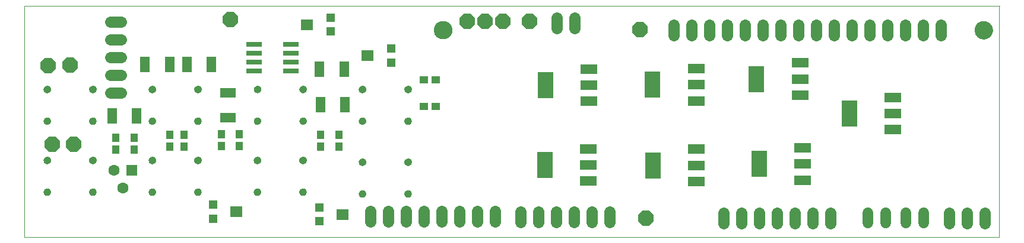
<source format=gbs>
G75*
%MOIN*%
%OFA0B0*%
%FSLAX25Y25*%
%IPPOS*%
%LPD*%
%AMOC8*
5,1,8,0,0,1.08239X$1,22.5*
%
%ADD10C,0.00039*%
%ADD11C,0.00000*%
%ADD12C,0.10250*%
%ADD13OC8,0.08900*%
%ADD14C,0.06400*%
%ADD15R,0.08510X0.05400*%
%ADD16R,0.05400X0.08510*%
%ADD17R,0.06300X0.06300*%
%ADD18C,0.06300*%
%ADD19R,0.04337X0.04731*%
%ADD20R,0.04731X0.04337*%
%ADD21C,0.00500*%
%ADD22R,0.05124X0.05124*%
%ADD23R,0.06699X0.06306*%
%ADD24R,0.09100X0.02800*%
%ADD25R,0.09200X0.05200*%
%ADD26R,0.09061X0.14573*%
%ADD27C,0.06000*%
D10*
X0001846Y0002245D02*
X0549091Y0002245D01*
X0549091Y0132742D01*
X0549591Y0132742D01*
X0549091Y0132742D02*
X0001846Y0132742D01*
X0001846Y0002245D01*
X0535509Y0119035D02*
X0535511Y0119175D01*
X0535517Y0119315D01*
X0535527Y0119454D01*
X0535541Y0119593D01*
X0535559Y0119732D01*
X0535580Y0119870D01*
X0535606Y0120008D01*
X0535636Y0120145D01*
X0535669Y0120280D01*
X0535707Y0120415D01*
X0535748Y0120549D01*
X0535793Y0120682D01*
X0535841Y0120813D01*
X0535894Y0120942D01*
X0535950Y0121071D01*
X0536009Y0121197D01*
X0536073Y0121322D01*
X0536139Y0121445D01*
X0536210Y0121566D01*
X0536283Y0121685D01*
X0536360Y0121802D01*
X0536441Y0121916D01*
X0536524Y0122028D01*
X0536611Y0122138D01*
X0536701Y0122246D01*
X0536793Y0122350D01*
X0536889Y0122452D01*
X0536988Y0122552D01*
X0537089Y0122648D01*
X0537193Y0122742D01*
X0537300Y0122832D01*
X0537409Y0122919D01*
X0537521Y0123004D01*
X0537635Y0123085D01*
X0537751Y0123163D01*
X0537869Y0123237D01*
X0537990Y0123308D01*
X0538112Y0123376D01*
X0538237Y0123440D01*
X0538363Y0123501D01*
X0538490Y0123558D01*
X0538620Y0123611D01*
X0538751Y0123661D01*
X0538883Y0123706D01*
X0539016Y0123749D01*
X0539151Y0123787D01*
X0539286Y0123821D01*
X0539423Y0123852D01*
X0539560Y0123879D01*
X0539698Y0123901D01*
X0539837Y0123920D01*
X0539976Y0123935D01*
X0540115Y0123946D01*
X0540255Y0123953D01*
X0540395Y0123956D01*
X0540535Y0123955D01*
X0540675Y0123950D01*
X0540814Y0123941D01*
X0540954Y0123928D01*
X0541093Y0123911D01*
X0541231Y0123890D01*
X0541369Y0123866D01*
X0541506Y0123837D01*
X0541642Y0123805D01*
X0541777Y0123768D01*
X0541911Y0123728D01*
X0542044Y0123684D01*
X0542175Y0123636D01*
X0542305Y0123585D01*
X0542434Y0123530D01*
X0542561Y0123471D01*
X0542686Y0123408D01*
X0542809Y0123343D01*
X0542931Y0123273D01*
X0543050Y0123200D01*
X0543168Y0123124D01*
X0543283Y0123045D01*
X0543396Y0122962D01*
X0543506Y0122876D01*
X0543614Y0122787D01*
X0543719Y0122695D01*
X0543822Y0122600D01*
X0543922Y0122502D01*
X0544019Y0122402D01*
X0544113Y0122298D01*
X0544205Y0122192D01*
X0544293Y0122084D01*
X0544378Y0121973D01*
X0544460Y0121859D01*
X0544539Y0121743D01*
X0544614Y0121626D01*
X0544686Y0121506D01*
X0544754Y0121384D01*
X0544819Y0121260D01*
X0544881Y0121134D01*
X0544939Y0121007D01*
X0544993Y0120878D01*
X0545044Y0120747D01*
X0545090Y0120615D01*
X0545133Y0120482D01*
X0545173Y0120348D01*
X0545208Y0120213D01*
X0545240Y0120076D01*
X0545267Y0119939D01*
X0545291Y0119801D01*
X0545311Y0119663D01*
X0545327Y0119524D01*
X0545339Y0119384D01*
X0545347Y0119245D01*
X0545351Y0119105D01*
X0545351Y0118965D01*
X0545347Y0118825D01*
X0545339Y0118686D01*
X0545327Y0118546D01*
X0545311Y0118407D01*
X0545291Y0118269D01*
X0545267Y0118131D01*
X0545240Y0117994D01*
X0545208Y0117857D01*
X0545173Y0117722D01*
X0545133Y0117588D01*
X0545090Y0117455D01*
X0545044Y0117323D01*
X0544993Y0117192D01*
X0544939Y0117063D01*
X0544881Y0116936D01*
X0544819Y0116810D01*
X0544754Y0116686D01*
X0544686Y0116564D01*
X0544614Y0116444D01*
X0544539Y0116327D01*
X0544460Y0116211D01*
X0544378Y0116097D01*
X0544293Y0115986D01*
X0544205Y0115878D01*
X0544113Y0115772D01*
X0544019Y0115668D01*
X0543922Y0115568D01*
X0543822Y0115470D01*
X0543719Y0115375D01*
X0543614Y0115283D01*
X0543506Y0115194D01*
X0543396Y0115108D01*
X0543283Y0115025D01*
X0543168Y0114946D01*
X0543050Y0114870D01*
X0542931Y0114797D01*
X0542809Y0114727D01*
X0542686Y0114662D01*
X0542561Y0114599D01*
X0542434Y0114540D01*
X0542305Y0114485D01*
X0542175Y0114434D01*
X0542044Y0114386D01*
X0541911Y0114342D01*
X0541777Y0114302D01*
X0541642Y0114265D01*
X0541506Y0114233D01*
X0541369Y0114204D01*
X0541231Y0114180D01*
X0541093Y0114159D01*
X0540954Y0114142D01*
X0540814Y0114129D01*
X0540675Y0114120D01*
X0540535Y0114115D01*
X0540395Y0114114D01*
X0540255Y0114117D01*
X0540115Y0114124D01*
X0539976Y0114135D01*
X0539837Y0114150D01*
X0539698Y0114169D01*
X0539560Y0114191D01*
X0539423Y0114218D01*
X0539286Y0114249D01*
X0539151Y0114283D01*
X0539016Y0114321D01*
X0538883Y0114364D01*
X0538751Y0114409D01*
X0538620Y0114459D01*
X0538490Y0114512D01*
X0538363Y0114569D01*
X0538237Y0114630D01*
X0538112Y0114694D01*
X0537990Y0114762D01*
X0537869Y0114833D01*
X0537751Y0114907D01*
X0537635Y0114985D01*
X0537521Y0115066D01*
X0537409Y0115151D01*
X0537300Y0115238D01*
X0537193Y0115328D01*
X0537089Y0115422D01*
X0536988Y0115518D01*
X0536889Y0115618D01*
X0536793Y0115720D01*
X0536701Y0115824D01*
X0536611Y0115932D01*
X0536524Y0116042D01*
X0536441Y0116154D01*
X0536360Y0116268D01*
X0536283Y0116385D01*
X0536210Y0116504D01*
X0536139Y0116625D01*
X0536073Y0116748D01*
X0536009Y0116873D01*
X0535950Y0116999D01*
X0535894Y0117128D01*
X0535841Y0117257D01*
X0535793Y0117388D01*
X0535748Y0117521D01*
X0535707Y0117655D01*
X0535669Y0117790D01*
X0535636Y0117925D01*
X0535606Y0118062D01*
X0535580Y0118200D01*
X0535559Y0118338D01*
X0535541Y0118477D01*
X0535527Y0118616D01*
X0535517Y0118755D01*
X0535511Y0118895D01*
X0535509Y0119035D01*
D11*
X0535475Y0119000D02*
X0535477Y0119140D01*
X0535483Y0119280D01*
X0535493Y0119420D01*
X0535507Y0119559D01*
X0535525Y0119698D01*
X0535546Y0119836D01*
X0535572Y0119974D01*
X0535602Y0120111D01*
X0535635Y0120246D01*
X0535673Y0120381D01*
X0535714Y0120515D01*
X0535759Y0120648D01*
X0535808Y0120779D01*
X0535860Y0120909D01*
X0535916Y0121037D01*
X0535976Y0121164D01*
X0536039Y0121289D01*
X0536106Y0121412D01*
X0536176Y0121533D01*
X0536250Y0121652D01*
X0536327Y0121769D01*
X0536407Y0121884D01*
X0536491Y0121996D01*
X0536578Y0122106D01*
X0536668Y0122213D01*
X0536760Y0122318D01*
X0536856Y0122420D01*
X0536955Y0122519D01*
X0537056Y0122616D01*
X0537160Y0122710D01*
X0537267Y0122800D01*
X0537376Y0122888D01*
X0537488Y0122972D01*
X0537602Y0123053D01*
X0537719Y0123131D01*
X0537837Y0123206D01*
X0537958Y0123277D01*
X0538080Y0123344D01*
X0538205Y0123409D01*
X0538331Y0123469D01*
X0538459Y0123526D01*
X0538588Y0123580D01*
X0538719Y0123629D01*
X0538851Y0123675D01*
X0538985Y0123717D01*
X0539120Y0123756D01*
X0539255Y0123790D01*
X0539392Y0123821D01*
X0539529Y0123847D01*
X0539668Y0123870D01*
X0539806Y0123889D01*
X0539946Y0123904D01*
X0540085Y0123915D01*
X0540225Y0123922D01*
X0540365Y0123925D01*
X0540505Y0123924D01*
X0540645Y0123919D01*
X0540785Y0123910D01*
X0540924Y0123897D01*
X0541063Y0123880D01*
X0541202Y0123859D01*
X0541339Y0123835D01*
X0541476Y0123806D01*
X0541613Y0123773D01*
X0541748Y0123737D01*
X0541882Y0123697D01*
X0542015Y0123653D01*
X0542146Y0123605D01*
X0542277Y0123553D01*
X0542405Y0123498D01*
X0542532Y0123439D01*
X0542658Y0123377D01*
X0542781Y0123311D01*
X0542903Y0123242D01*
X0543022Y0123169D01*
X0543140Y0123093D01*
X0543255Y0123013D01*
X0543368Y0122930D01*
X0543479Y0122844D01*
X0543587Y0122755D01*
X0543692Y0122663D01*
X0543795Y0122568D01*
X0543895Y0122470D01*
X0543992Y0122369D01*
X0544086Y0122266D01*
X0544178Y0122160D01*
X0544266Y0122051D01*
X0544351Y0121940D01*
X0544433Y0121826D01*
X0544512Y0121711D01*
X0544587Y0121593D01*
X0544659Y0121473D01*
X0544728Y0121351D01*
X0544793Y0121227D01*
X0544854Y0121101D01*
X0544912Y0120973D01*
X0544967Y0120844D01*
X0545017Y0120714D01*
X0545064Y0120582D01*
X0545107Y0120448D01*
X0545146Y0120314D01*
X0545182Y0120179D01*
X0545213Y0120042D01*
X0545241Y0119905D01*
X0545265Y0119767D01*
X0545285Y0119628D01*
X0545301Y0119489D01*
X0545313Y0119350D01*
X0545321Y0119210D01*
X0545325Y0119070D01*
X0545325Y0118930D01*
X0545321Y0118790D01*
X0545313Y0118650D01*
X0545301Y0118511D01*
X0545285Y0118372D01*
X0545265Y0118233D01*
X0545241Y0118095D01*
X0545213Y0117958D01*
X0545182Y0117821D01*
X0545146Y0117686D01*
X0545107Y0117552D01*
X0545064Y0117418D01*
X0545017Y0117286D01*
X0544967Y0117156D01*
X0544912Y0117027D01*
X0544854Y0116899D01*
X0544793Y0116773D01*
X0544728Y0116649D01*
X0544659Y0116527D01*
X0544587Y0116407D01*
X0544512Y0116289D01*
X0544433Y0116174D01*
X0544351Y0116060D01*
X0544266Y0115949D01*
X0544178Y0115840D01*
X0544086Y0115734D01*
X0543992Y0115631D01*
X0543895Y0115530D01*
X0543795Y0115432D01*
X0543692Y0115337D01*
X0543587Y0115245D01*
X0543479Y0115156D01*
X0543368Y0115070D01*
X0543255Y0114987D01*
X0543140Y0114907D01*
X0543022Y0114831D01*
X0542903Y0114758D01*
X0542781Y0114689D01*
X0542658Y0114623D01*
X0542532Y0114561D01*
X0542405Y0114502D01*
X0542277Y0114447D01*
X0542146Y0114395D01*
X0542015Y0114347D01*
X0541882Y0114303D01*
X0541748Y0114263D01*
X0541613Y0114227D01*
X0541476Y0114194D01*
X0541339Y0114165D01*
X0541202Y0114141D01*
X0541063Y0114120D01*
X0540924Y0114103D01*
X0540785Y0114090D01*
X0540645Y0114081D01*
X0540505Y0114076D01*
X0540365Y0114075D01*
X0540225Y0114078D01*
X0540085Y0114085D01*
X0539946Y0114096D01*
X0539806Y0114111D01*
X0539668Y0114130D01*
X0539529Y0114153D01*
X0539392Y0114179D01*
X0539255Y0114210D01*
X0539120Y0114244D01*
X0538985Y0114283D01*
X0538851Y0114325D01*
X0538719Y0114371D01*
X0538588Y0114420D01*
X0538459Y0114474D01*
X0538331Y0114531D01*
X0538205Y0114591D01*
X0538080Y0114656D01*
X0537958Y0114723D01*
X0537837Y0114794D01*
X0537719Y0114869D01*
X0537602Y0114947D01*
X0537488Y0115028D01*
X0537376Y0115112D01*
X0537267Y0115200D01*
X0537160Y0115290D01*
X0537056Y0115384D01*
X0536955Y0115481D01*
X0536856Y0115580D01*
X0536760Y0115682D01*
X0536668Y0115787D01*
X0536578Y0115894D01*
X0536491Y0116004D01*
X0536407Y0116116D01*
X0536327Y0116231D01*
X0536250Y0116348D01*
X0536176Y0116467D01*
X0536106Y0116588D01*
X0536039Y0116711D01*
X0535976Y0116836D01*
X0535916Y0116963D01*
X0535860Y0117091D01*
X0535808Y0117221D01*
X0535759Y0117352D01*
X0535714Y0117485D01*
X0535673Y0117619D01*
X0535635Y0117754D01*
X0535602Y0117889D01*
X0535572Y0118026D01*
X0535546Y0118164D01*
X0535525Y0118302D01*
X0535507Y0118441D01*
X0535493Y0118580D01*
X0535483Y0118720D01*
X0535477Y0118860D01*
X0535475Y0119000D01*
X0231975Y0119100D02*
X0231977Y0119240D01*
X0231983Y0119380D01*
X0231993Y0119520D01*
X0232007Y0119659D01*
X0232025Y0119798D01*
X0232046Y0119936D01*
X0232072Y0120074D01*
X0232102Y0120211D01*
X0232135Y0120346D01*
X0232173Y0120481D01*
X0232214Y0120615D01*
X0232259Y0120748D01*
X0232308Y0120879D01*
X0232360Y0121009D01*
X0232416Y0121137D01*
X0232476Y0121264D01*
X0232539Y0121389D01*
X0232606Y0121512D01*
X0232676Y0121633D01*
X0232750Y0121752D01*
X0232827Y0121869D01*
X0232907Y0121984D01*
X0232991Y0122096D01*
X0233078Y0122206D01*
X0233168Y0122313D01*
X0233260Y0122418D01*
X0233356Y0122520D01*
X0233455Y0122619D01*
X0233556Y0122716D01*
X0233660Y0122810D01*
X0233767Y0122900D01*
X0233876Y0122988D01*
X0233988Y0123072D01*
X0234102Y0123153D01*
X0234219Y0123231D01*
X0234337Y0123306D01*
X0234458Y0123377D01*
X0234580Y0123444D01*
X0234705Y0123509D01*
X0234831Y0123569D01*
X0234959Y0123626D01*
X0235088Y0123680D01*
X0235219Y0123729D01*
X0235351Y0123775D01*
X0235485Y0123817D01*
X0235620Y0123856D01*
X0235755Y0123890D01*
X0235892Y0123921D01*
X0236029Y0123947D01*
X0236168Y0123970D01*
X0236306Y0123989D01*
X0236446Y0124004D01*
X0236585Y0124015D01*
X0236725Y0124022D01*
X0236865Y0124025D01*
X0237005Y0124024D01*
X0237145Y0124019D01*
X0237285Y0124010D01*
X0237424Y0123997D01*
X0237563Y0123980D01*
X0237702Y0123959D01*
X0237839Y0123935D01*
X0237976Y0123906D01*
X0238113Y0123873D01*
X0238248Y0123837D01*
X0238382Y0123797D01*
X0238515Y0123753D01*
X0238646Y0123705D01*
X0238777Y0123653D01*
X0238905Y0123598D01*
X0239032Y0123539D01*
X0239158Y0123477D01*
X0239281Y0123411D01*
X0239403Y0123342D01*
X0239522Y0123269D01*
X0239640Y0123193D01*
X0239755Y0123113D01*
X0239868Y0123030D01*
X0239979Y0122944D01*
X0240087Y0122855D01*
X0240192Y0122763D01*
X0240295Y0122668D01*
X0240395Y0122570D01*
X0240492Y0122469D01*
X0240586Y0122366D01*
X0240678Y0122260D01*
X0240766Y0122151D01*
X0240851Y0122040D01*
X0240933Y0121926D01*
X0241012Y0121811D01*
X0241087Y0121693D01*
X0241159Y0121573D01*
X0241228Y0121451D01*
X0241293Y0121327D01*
X0241354Y0121201D01*
X0241412Y0121073D01*
X0241467Y0120944D01*
X0241517Y0120814D01*
X0241564Y0120682D01*
X0241607Y0120548D01*
X0241646Y0120414D01*
X0241682Y0120279D01*
X0241713Y0120142D01*
X0241741Y0120005D01*
X0241765Y0119867D01*
X0241785Y0119728D01*
X0241801Y0119589D01*
X0241813Y0119450D01*
X0241821Y0119310D01*
X0241825Y0119170D01*
X0241825Y0119030D01*
X0241821Y0118890D01*
X0241813Y0118750D01*
X0241801Y0118611D01*
X0241785Y0118472D01*
X0241765Y0118333D01*
X0241741Y0118195D01*
X0241713Y0118058D01*
X0241682Y0117921D01*
X0241646Y0117786D01*
X0241607Y0117652D01*
X0241564Y0117518D01*
X0241517Y0117386D01*
X0241467Y0117256D01*
X0241412Y0117127D01*
X0241354Y0116999D01*
X0241293Y0116873D01*
X0241228Y0116749D01*
X0241159Y0116627D01*
X0241087Y0116507D01*
X0241012Y0116389D01*
X0240933Y0116274D01*
X0240851Y0116160D01*
X0240766Y0116049D01*
X0240678Y0115940D01*
X0240586Y0115834D01*
X0240492Y0115731D01*
X0240395Y0115630D01*
X0240295Y0115532D01*
X0240192Y0115437D01*
X0240087Y0115345D01*
X0239979Y0115256D01*
X0239868Y0115170D01*
X0239755Y0115087D01*
X0239640Y0115007D01*
X0239522Y0114931D01*
X0239403Y0114858D01*
X0239281Y0114789D01*
X0239158Y0114723D01*
X0239032Y0114661D01*
X0238905Y0114602D01*
X0238777Y0114547D01*
X0238646Y0114495D01*
X0238515Y0114447D01*
X0238382Y0114403D01*
X0238248Y0114363D01*
X0238113Y0114327D01*
X0237976Y0114294D01*
X0237839Y0114265D01*
X0237702Y0114241D01*
X0237563Y0114220D01*
X0237424Y0114203D01*
X0237285Y0114190D01*
X0237145Y0114181D01*
X0237005Y0114176D01*
X0236865Y0114175D01*
X0236725Y0114178D01*
X0236585Y0114185D01*
X0236446Y0114196D01*
X0236306Y0114211D01*
X0236168Y0114230D01*
X0236029Y0114253D01*
X0235892Y0114279D01*
X0235755Y0114310D01*
X0235620Y0114344D01*
X0235485Y0114383D01*
X0235351Y0114425D01*
X0235219Y0114471D01*
X0235088Y0114520D01*
X0234959Y0114574D01*
X0234831Y0114631D01*
X0234705Y0114691D01*
X0234580Y0114756D01*
X0234458Y0114823D01*
X0234337Y0114894D01*
X0234219Y0114969D01*
X0234102Y0115047D01*
X0233988Y0115128D01*
X0233876Y0115212D01*
X0233767Y0115300D01*
X0233660Y0115390D01*
X0233556Y0115484D01*
X0233455Y0115581D01*
X0233356Y0115680D01*
X0233260Y0115782D01*
X0233168Y0115887D01*
X0233078Y0115994D01*
X0232991Y0116104D01*
X0232907Y0116216D01*
X0232827Y0116331D01*
X0232750Y0116448D01*
X0232676Y0116567D01*
X0232606Y0116688D01*
X0232539Y0116811D01*
X0232476Y0116936D01*
X0232416Y0117063D01*
X0232360Y0117191D01*
X0232308Y0117321D01*
X0232259Y0117452D01*
X0232214Y0117585D01*
X0232173Y0117719D01*
X0232135Y0117854D01*
X0232102Y0117989D01*
X0232072Y0118126D01*
X0232046Y0118264D01*
X0232025Y0118402D01*
X0232007Y0118541D01*
X0231993Y0118680D01*
X0231983Y0118820D01*
X0231977Y0118960D01*
X0231975Y0119100D01*
D12*
X0236900Y0119100D03*
X0540400Y0119000D03*
D13*
X0347400Y0119300D03*
X0285600Y0124000D03*
X0270500Y0124100D03*
X0260500Y0124100D03*
X0250500Y0124100D03*
X0117500Y0125100D03*
X0027500Y0099200D03*
X0015000Y0099100D03*
X0017500Y0054600D03*
X0029500Y0054600D03*
X0350900Y0012800D03*
D14*
X0330500Y0010600D02*
X0330500Y0016600D01*
X0320500Y0016600D02*
X0320500Y0010600D01*
X0310500Y0010600D02*
X0310500Y0016600D01*
X0300500Y0016600D02*
X0300500Y0010600D01*
X0290500Y0010600D02*
X0290500Y0016600D01*
X0280500Y0016600D02*
X0280500Y0010600D01*
X0266000Y0011100D02*
X0266000Y0017100D01*
X0256000Y0017100D02*
X0256000Y0011100D01*
X0246000Y0011100D02*
X0246000Y0017100D01*
X0236000Y0017100D02*
X0236000Y0011100D01*
X0226000Y0011100D02*
X0226000Y0017100D01*
X0216000Y0017100D02*
X0216000Y0011100D01*
X0206000Y0011100D02*
X0206000Y0017100D01*
X0196000Y0017100D02*
X0196000Y0011100D01*
X0394500Y0010100D02*
X0394500Y0016100D01*
X0404500Y0016100D02*
X0404500Y0010100D01*
X0414500Y0010100D02*
X0414500Y0016100D01*
X0424500Y0016100D02*
X0424500Y0010100D01*
X0434500Y0010100D02*
X0434500Y0016100D01*
X0444500Y0016100D02*
X0444500Y0010100D01*
X0454500Y0010100D02*
X0454500Y0016100D01*
X0521000Y0016100D02*
X0521000Y0010100D01*
X0531000Y0010100D02*
X0531000Y0016100D01*
X0541000Y0016100D02*
X0541000Y0010100D01*
X0516500Y0116100D02*
X0516500Y0122100D01*
X0506500Y0122100D02*
X0506500Y0116100D01*
X0496500Y0116100D02*
X0496500Y0122100D01*
X0486500Y0122100D02*
X0486500Y0116100D01*
X0476500Y0116100D02*
X0476500Y0122100D01*
X0466500Y0122100D02*
X0466500Y0116100D01*
X0456500Y0116100D02*
X0456500Y0122100D01*
X0446500Y0122100D02*
X0446500Y0116100D01*
X0436500Y0116100D02*
X0436500Y0122100D01*
X0426500Y0122100D02*
X0426500Y0116100D01*
X0416500Y0116100D02*
X0416500Y0122100D01*
X0406500Y0122100D02*
X0406500Y0116100D01*
X0396500Y0116100D02*
X0396500Y0122100D01*
X0386500Y0122100D02*
X0386500Y0116100D01*
X0376500Y0116100D02*
X0376500Y0122100D01*
X0366500Y0122100D02*
X0366500Y0116100D01*
X0310700Y0119900D02*
X0310700Y0125900D01*
X0300700Y0125900D02*
X0300700Y0119900D01*
X0056000Y0123600D02*
X0050000Y0123600D01*
X0050000Y0113600D02*
X0056000Y0113600D01*
X0056000Y0103600D02*
X0050000Y0103600D01*
X0050000Y0093600D02*
X0056000Y0093600D01*
X0056000Y0083600D02*
X0050000Y0083600D01*
D15*
X0116000Y0083509D03*
X0116000Y0069691D03*
D16*
X0168091Y0077100D03*
X0181909Y0077100D03*
X0181409Y0097100D03*
X0167591Y0097100D03*
X0106909Y0099600D03*
X0093091Y0099600D03*
X0083409Y0099600D03*
X0069591Y0099600D03*
X0064909Y0070600D03*
X0051091Y0070600D03*
D17*
X0062000Y0040100D03*
D18*
X0052000Y0040100D03*
X0057000Y0030100D03*
D19*
X0053000Y0051754D03*
X0063500Y0051754D03*
X0083500Y0053254D03*
X0091500Y0053254D03*
X0112500Y0053754D03*
X0122500Y0053754D03*
X0122500Y0060446D03*
X0112500Y0060446D03*
X0091500Y0059946D03*
X0083500Y0059946D03*
X0063500Y0058446D03*
X0053000Y0058446D03*
X0168000Y0059946D03*
X0178500Y0059946D03*
X0178500Y0053254D03*
X0168000Y0053254D03*
D20*
X0226154Y0076100D03*
X0232846Y0076100D03*
X0232846Y0091100D03*
X0226154Y0091100D03*
D21*
X0218776Y0086411D02*
X0215826Y0086411D01*
X0215727Y0086252D02*
X0215931Y0086581D01*
X0216204Y0086856D01*
X0216531Y0087065D01*
X0216896Y0087195D01*
X0217280Y0087240D01*
X0217330Y0087250D01*
X0217707Y0087206D01*
X0218065Y0087080D01*
X0218386Y0086877D01*
X0218654Y0086608D01*
X0218855Y0086286D01*
X0218979Y0085927D01*
X0219020Y0085550D01*
X0219020Y0085510D01*
X0218981Y0085127D01*
X0218858Y0084762D01*
X0218657Y0084434D01*
X0218388Y0084158D01*
X0218064Y0083949D01*
X0217702Y0083818D01*
X0217320Y0083770D01*
X0217200Y0083760D01*
X0216823Y0083816D01*
X0216468Y0083954D01*
X0216153Y0084168D01*
X0215893Y0084447D01*
X0215702Y0084777D01*
X0215589Y0085141D01*
X0215560Y0085520D01*
X0215560Y0085500D01*
X0215601Y0085885D01*
X0215727Y0086252D01*
X0215611Y0085913D02*
X0218980Y0085913D01*
X0219010Y0085414D02*
X0215568Y0085414D01*
X0215659Y0084916D02*
X0218910Y0084916D01*
X0218641Y0084417D02*
X0215921Y0084417D01*
X0216559Y0083919D02*
X0217980Y0083919D01*
X0218334Y0086910D02*
X0216288Y0086910D01*
X0193400Y0085540D02*
X0193400Y0085500D01*
X0193361Y0085117D01*
X0193238Y0084752D01*
X0193037Y0084424D01*
X0192768Y0084148D01*
X0192444Y0083940D01*
X0192082Y0083808D01*
X0191700Y0083761D01*
X0191580Y0083750D01*
X0191203Y0083806D01*
X0190848Y0083944D01*
X0190533Y0084158D01*
X0190273Y0084437D01*
X0190082Y0084767D01*
X0189969Y0085131D01*
X0189940Y0085511D01*
X0189940Y0085490D01*
X0189981Y0085875D01*
X0190107Y0086242D01*
X0190311Y0086571D01*
X0190584Y0086847D01*
X0190911Y0087055D01*
X0191275Y0087185D01*
X0191660Y0087230D01*
X0191710Y0087240D01*
X0192087Y0087197D01*
X0192445Y0087070D01*
X0192766Y0086867D01*
X0193034Y0086598D01*
X0193234Y0086276D01*
X0193359Y0085917D01*
X0193400Y0085540D01*
X0193391Y0085414D02*
X0189948Y0085414D01*
X0189994Y0085913D02*
X0193359Y0085913D01*
X0193150Y0086411D02*
X0190212Y0086411D01*
X0190683Y0086910D02*
X0192699Y0086910D01*
X0193293Y0084916D02*
X0190036Y0084916D01*
X0190292Y0084417D02*
X0193031Y0084417D01*
X0192387Y0083919D02*
X0190914Y0083919D01*
X0160060Y0085500D02*
X0160060Y0085520D01*
X0160019Y0085135D01*
X0159893Y0084768D01*
X0159689Y0084439D01*
X0159416Y0084164D01*
X0159089Y0083956D01*
X0158725Y0083825D01*
X0158340Y0083780D01*
X0158290Y0083770D01*
X0157913Y0083814D01*
X0157555Y0083940D01*
X0157234Y0084143D01*
X0156966Y0084412D01*
X0156766Y0084734D01*
X0156641Y0085093D01*
X0156600Y0085470D01*
X0156600Y0085510D01*
X0156639Y0085893D01*
X0156762Y0086258D01*
X0156963Y0086586D01*
X0157232Y0086862D01*
X0157556Y0087071D01*
X0157918Y0087202D01*
X0158300Y0087250D01*
X0158420Y0087260D01*
X0158797Y0087204D01*
X0159152Y0087066D01*
X0159467Y0086852D01*
X0159727Y0086573D01*
X0159918Y0086243D01*
X0160031Y0085880D01*
X0160060Y0085500D01*
X0160049Y0085414D02*
X0156606Y0085414D01*
X0156646Y0085913D02*
X0160020Y0085913D01*
X0159820Y0086411D02*
X0156856Y0086411D01*
X0157307Y0086910D02*
X0159381Y0086910D01*
X0159944Y0084916D02*
X0156703Y0084916D01*
X0156963Y0084417D02*
X0159667Y0084417D01*
X0158987Y0083919D02*
X0157615Y0083919D01*
X0134460Y0085509D02*
X0134460Y0085530D01*
X0134419Y0085145D01*
X0134293Y0084778D01*
X0134089Y0084449D01*
X0133816Y0084173D01*
X0133489Y0083965D01*
X0133125Y0083835D01*
X0132740Y0083790D01*
X0132690Y0083780D01*
X0132313Y0083823D01*
X0131955Y0083950D01*
X0131634Y0084153D01*
X0131366Y0084422D01*
X0131166Y0084744D01*
X0131041Y0085103D01*
X0131000Y0085480D01*
X0131000Y0085520D01*
X0131039Y0085903D01*
X0131162Y0086268D01*
X0131363Y0086596D01*
X0131632Y0086872D01*
X0131956Y0087080D01*
X0132318Y0087212D01*
X0132700Y0087259D01*
X0132820Y0087270D01*
X0133197Y0087214D01*
X0133552Y0087076D01*
X0133867Y0086862D01*
X0134127Y0086583D01*
X0134318Y0086253D01*
X0134431Y0085889D01*
X0134460Y0085509D01*
X0134448Y0085414D02*
X0131007Y0085414D01*
X0131042Y0085913D02*
X0134423Y0085913D01*
X0134226Y0086411D02*
X0131250Y0086411D01*
X0131692Y0086910D02*
X0133796Y0086910D01*
X0134340Y0084916D02*
X0131106Y0084916D01*
X0131371Y0084417D02*
X0134058Y0084417D01*
X0133359Y0083919D02*
X0132043Y0083919D01*
X0101020Y0085510D02*
X0100981Y0085127D01*
X0100858Y0084762D01*
X0100657Y0084434D01*
X0100388Y0084158D01*
X0100064Y0083949D01*
X0099702Y0083818D01*
X0099320Y0083770D01*
X0099200Y0083760D01*
X0098823Y0083816D01*
X0098468Y0083954D01*
X0098153Y0084168D01*
X0097893Y0084447D01*
X0097702Y0084777D01*
X0097589Y0085141D01*
X0097560Y0085520D01*
X0097560Y0085500D01*
X0097601Y0085885D01*
X0097727Y0086252D01*
X0097931Y0086581D01*
X0098204Y0086856D01*
X0098531Y0087065D01*
X0098896Y0087195D01*
X0099280Y0087240D01*
X0099330Y0087250D01*
X0099707Y0087206D01*
X0100065Y0087080D01*
X0100386Y0086877D01*
X0100654Y0086608D01*
X0100855Y0086286D01*
X0100979Y0085927D01*
X0101020Y0085550D01*
X0101020Y0085510D01*
X0101010Y0085414D02*
X0097568Y0085414D01*
X0097611Y0085913D02*
X0100980Y0085913D01*
X0100776Y0086411D02*
X0097826Y0086411D01*
X0098288Y0086910D02*
X0100334Y0086910D01*
X0100910Y0084916D02*
X0097659Y0084916D01*
X0097921Y0084417D02*
X0100641Y0084417D01*
X0099980Y0083919D02*
X0098559Y0083919D01*
X0075400Y0085500D02*
X0075361Y0085117D01*
X0075238Y0084752D01*
X0075037Y0084424D01*
X0074768Y0084148D01*
X0074444Y0083940D01*
X0074082Y0083808D01*
X0073700Y0083761D01*
X0073580Y0083750D01*
X0073203Y0083806D01*
X0072848Y0083944D01*
X0072533Y0084158D01*
X0072273Y0084437D01*
X0072082Y0084767D01*
X0071969Y0085131D01*
X0071940Y0085511D01*
X0071940Y0085490D01*
X0071981Y0085875D01*
X0072107Y0086242D01*
X0072311Y0086571D01*
X0072584Y0086847D01*
X0072911Y0087055D01*
X0073275Y0087185D01*
X0073660Y0087230D01*
X0073710Y0087240D01*
X0074087Y0087197D01*
X0074445Y0087070D01*
X0074766Y0086867D01*
X0075034Y0086598D01*
X0075234Y0086276D01*
X0075359Y0085917D01*
X0075400Y0085540D01*
X0075400Y0085500D01*
X0075391Y0085414D02*
X0071948Y0085414D01*
X0071994Y0085913D02*
X0075359Y0085913D01*
X0075150Y0086411D02*
X0072212Y0086411D01*
X0072683Y0086910D02*
X0074699Y0086910D01*
X0075293Y0084916D02*
X0072036Y0084916D01*
X0072292Y0084417D02*
X0075031Y0084417D01*
X0074387Y0083919D02*
X0072914Y0083919D01*
X0042020Y0085510D02*
X0041981Y0085127D01*
X0041858Y0084762D01*
X0041657Y0084434D01*
X0041388Y0084158D01*
X0041064Y0083949D01*
X0040702Y0083818D01*
X0040320Y0083770D01*
X0040200Y0083760D01*
X0039823Y0083816D01*
X0039468Y0083954D01*
X0039153Y0084168D01*
X0038893Y0084447D01*
X0038702Y0084777D01*
X0038589Y0085141D01*
X0038560Y0085520D01*
X0038560Y0085500D01*
X0038601Y0085885D01*
X0038727Y0086252D01*
X0038931Y0086581D01*
X0039204Y0086856D01*
X0039531Y0087065D01*
X0039896Y0087195D01*
X0040280Y0087240D01*
X0040330Y0087250D01*
X0040707Y0087206D01*
X0041065Y0087080D01*
X0041386Y0086877D01*
X0041654Y0086608D01*
X0041855Y0086286D01*
X0041979Y0085927D01*
X0042020Y0085550D01*
X0042020Y0085510D01*
X0042010Y0085414D02*
X0038568Y0085414D01*
X0038611Y0085913D02*
X0041980Y0085913D01*
X0041776Y0086411D02*
X0038826Y0086411D01*
X0039288Y0086910D02*
X0041334Y0086910D01*
X0041910Y0084916D02*
X0038659Y0084916D01*
X0038921Y0084417D02*
X0041641Y0084417D01*
X0040980Y0083919D02*
X0039559Y0083919D01*
X0016400Y0085500D02*
X0016361Y0085117D01*
X0016238Y0084752D01*
X0016037Y0084424D01*
X0015768Y0084148D01*
X0015444Y0083940D01*
X0015082Y0083808D01*
X0014700Y0083761D01*
X0014580Y0083750D01*
X0014203Y0083806D01*
X0013848Y0083944D01*
X0013533Y0084158D01*
X0013273Y0084437D01*
X0013082Y0084767D01*
X0012969Y0085131D01*
X0012940Y0085511D01*
X0012940Y0085490D01*
X0012981Y0085875D01*
X0013107Y0086242D01*
X0013311Y0086571D01*
X0013584Y0086847D01*
X0013911Y0087055D01*
X0014275Y0087185D01*
X0014660Y0087230D01*
X0014710Y0087240D01*
X0015087Y0087197D01*
X0015445Y0087070D01*
X0015766Y0086867D01*
X0016034Y0086598D01*
X0016234Y0086276D01*
X0016359Y0085917D01*
X0016400Y0085540D01*
X0016400Y0085500D01*
X0016391Y0085414D02*
X0012948Y0085414D01*
X0012994Y0085913D02*
X0016359Y0085913D01*
X0016150Y0086411D02*
X0013212Y0086411D01*
X0013683Y0086910D02*
X0015699Y0086910D01*
X0016293Y0084916D02*
X0013036Y0084916D01*
X0013292Y0084417D02*
X0016031Y0084417D01*
X0015387Y0083919D02*
X0013914Y0083919D01*
X0014710Y0069430D02*
X0015087Y0069386D01*
X0015445Y0069260D01*
X0015766Y0069057D01*
X0016034Y0068788D01*
X0016234Y0068466D01*
X0016359Y0068107D01*
X0016400Y0067730D01*
X0016400Y0067690D01*
X0016361Y0067307D01*
X0016238Y0066942D01*
X0016037Y0066614D01*
X0015768Y0066338D01*
X0015444Y0066129D01*
X0015082Y0065998D01*
X0014700Y0065950D01*
X0014580Y0065940D01*
X0014203Y0065996D01*
X0013848Y0066134D01*
X0013533Y0066348D01*
X0013273Y0066627D01*
X0013082Y0066957D01*
X0012969Y0067320D01*
X0012940Y0067700D01*
X0012940Y0067680D01*
X0012981Y0068065D01*
X0013107Y0068432D01*
X0013311Y0068761D01*
X0013584Y0069036D01*
X0013911Y0069244D01*
X0014275Y0069375D01*
X0014660Y0069420D01*
X0014710Y0069430D01*
X0015859Y0068964D02*
X0013512Y0068964D01*
X0013128Y0068465D02*
X0016235Y0068465D01*
X0016374Y0067967D02*
X0012971Y0067967D01*
X0012958Y0067468D02*
X0016378Y0067468D01*
X0016247Y0066970D02*
X0013078Y0066970D01*
X0013419Y0066471D02*
X0015898Y0066471D01*
X0014877Y0065972D02*
X0014360Y0065972D01*
X0038540Y0067670D02*
X0038581Y0068055D01*
X0038707Y0068422D01*
X0038911Y0068751D01*
X0039184Y0069027D01*
X0039511Y0069235D01*
X0039875Y0069365D01*
X0040260Y0069410D01*
X0040310Y0069420D01*
X0040687Y0069377D01*
X0041045Y0069250D01*
X0041366Y0069047D01*
X0041634Y0068778D01*
X0041834Y0068456D01*
X0041959Y0068097D01*
X0042000Y0067720D01*
X0042000Y0067680D01*
X0041961Y0067297D01*
X0041838Y0066932D01*
X0041637Y0066604D01*
X0041368Y0066328D01*
X0041044Y0066120D01*
X0040682Y0065988D01*
X0040300Y0065941D01*
X0040180Y0065930D01*
X0039803Y0065986D01*
X0039448Y0066124D01*
X0039133Y0066338D01*
X0038873Y0066617D01*
X0038682Y0066947D01*
X0038569Y0067311D01*
X0038540Y0067691D01*
X0038540Y0067670D01*
X0038557Y0067468D02*
X0041979Y0067468D01*
X0041973Y0067967D02*
X0038572Y0067967D01*
X0038734Y0068465D02*
X0041829Y0068465D01*
X0041449Y0068964D02*
X0039121Y0068964D01*
X0038675Y0066970D02*
X0041851Y0066970D01*
X0041507Y0066471D02*
X0039009Y0066471D01*
X0039893Y0065972D02*
X0040556Y0065972D01*
X0071940Y0067680D02*
X0071981Y0068065D01*
X0072107Y0068432D01*
X0072311Y0068761D01*
X0072584Y0069036D01*
X0072911Y0069244D01*
X0073275Y0069375D01*
X0073660Y0069420D01*
X0073710Y0069430D01*
X0074087Y0069386D01*
X0074445Y0069260D01*
X0074766Y0069057D01*
X0075034Y0068788D01*
X0075234Y0068466D01*
X0075359Y0068107D01*
X0075400Y0067730D01*
X0075400Y0067690D01*
X0075361Y0067307D01*
X0075238Y0066942D01*
X0075037Y0066614D01*
X0074768Y0066338D01*
X0074444Y0066129D01*
X0074082Y0065998D01*
X0073700Y0065950D01*
X0073580Y0065940D01*
X0073203Y0065996D01*
X0072848Y0066134D01*
X0072533Y0066348D01*
X0072273Y0066627D01*
X0072082Y0066957D01*
X0071969Y0067320D01*
X0071940Y0067700D01*
X0071940Y0067680D01*
X0071958Y0067468D02*
X0075378Y0067468D01*
X0075374Y0067967D02*
X0071971Y0067967D01*
X0072128Y0068465D02*
X0075235Y0068465D01*
X0074859Y0068964D02*
X0072512Y0068964D01*
X0072078Y0066970D02*
X0075247Y0066970D01*
X0074898Y0066471D02*
X0072419Y0066471D01*
X0073360Y0065972D02*
X0073877Y0065972D01*
X0097540Y0067670D02*
X0097581Y0068055D01*
X0097707Y0068422D01*
X0097911Y0068751D01*
X0098184Y0069027D01*
X0098511Y0069235D01*
X0098875Y0069365D01*
X0099260Y0069410D01*
X0099310Y0069420D01*
X0099687Y0069377D01*
X0100045Y0069250D01*
X0100366Y0069047D01*
X0100634Y0068778D01*
X0100834Y0068456D01*
X0100959Y0068097D01*
X0101000Y0067720D01*
X0101000Y0067680D01*
X0100961Y0067297D01*
X0100838Y0066932D01*
X0100637Y0066604D01*
X0100368Y0066328D01*
X0100044Y0066120D01*
X0099682Y0065988D01*
X0099300Y0065941D01*
X0099180Y0065930D01*
X0098803Y0065986D01*
X0098448Y0066124D01*
X0098133Y0066338D01*
X0097873Y0066617D01*
X0097682Y0066947D01*
X0097569Y0067311D01*
X0097540Y0067691D01*
X0097540Y0067670D01*
X0097557Y0067468D02*
X0100979Y0067468D01*
X0100973Y0067967D02*
X0097572Y0067967D01*
X0097734Y0068465D02*
X0100829Y0068465D01*
X0100449Y0068964D02*
X0098121Y0068964D01*
X0097675Y0066970D02*
X0100851Y0066970D01*
X0100507Y0066471D02*
X0098009Y0066471D01*
X0098893Y0065972D02*
X0099556Y0065972D01*
X0130980Y0067650D02*
X0131021Y0067273D01*
X0131145Y0066914D01*
X0131346Y0066592D01*
X0131614Y0066323D01*
X0131935Y0066120D01*
X0132293Y0065994D01*
X0132670Y0065950D01*
X0132720Y0065960D01*
X0133104Y0066005D01*
X0133469Y0066135D01*
X0133796Y0066344D01*
X0134069Y0066619D01*
X0134273Y0066948D01*
X0134399Y0067315D01*
X0134440Y0067700D01*
X0134440Y0067680D01*
X0134411Y0068059D01*
X0134298Y0068423D01*
X0134107Y0068753D01*
X0133847Y0069032D01*
X0133532Y0069246D01*
X0133177Y0069384D01*
X0132800Y0069440D01*
X0132680Y0069430D01*
X0132298Y0069382D01*
X0131936Y0069251D01*
X0131612Y0069042D01*
X0131343Y0068766D01*
X0131142Y0068438D01*
X0131019Y0068073D01*
X0130980Y0067690D01*
X0130980Y0067650D01*
X0131000Y0067468D02*
X0134415Y0067468D01*
X0134418Y0067967D02*
X0131008Y0067967D01*
X0131158Y0068465D02*
X0134274Y0068465D01*
X0133910Y0068964D02*
X0131536Y0068964D01*
X0131126Y0066970D02*
X0134280Y0066970D01*
X0133922Y0066471D02*
X0131467Y0066471D01*
X0132475Y0065972D02*
X0132826Y0065972D01*
X0156600Y0067660D02*
X0156641Y0067283D01*
X0156766Y0066924D01*
X0156966Y0066602D01*
X0157234Y0066333D01*
X0157555Y0066130D01*
X0157913Y0066003D01*
X0158290Y0065960D01*
X0158340Y0065970D01*
X0158725Y0066015D01*
X0159089Y0066145D01*
X0159416Y0066353D01*
X0159689Y0066629D01*
X0159893Y0066958D01*
X0160019Y0067325D01*
X0160060Y0067710D01*
X0160060Y0067689D01*
X0160031Y0068069D01*
X0159918Y0068433D01*
X0159727Y0068763D01*
X0159467Y0069042D01*
X0159152Y0069256D01*
X0158797Y0069394D01*
X0158420Y0069450D01*
X0158300Y0069439D01*
X0157918Y0069392D01*
X0157556Y0069260D01*
X0157232Y0069052D01*
X0156963Y0068776D01*
X0156762Y0068448D01*
X0156639Y0068083D01*
X0156600Y0067700D01*
X0156600Y0067660D01*
X0156621Y0067468D02*
X0160034Y0067468D01*
X0160039Y0067967D02*
X0156627Y0067967D01*
X0156772Y0068465D02*
X0159899Y0068465D01*
X0159540Y0068964D02*
X0157146Y0068964D01*
X0156750Y0066970D02*
X0159897Y0066970D01*
X0159533Y0066471D02*
X0157097Y0066471D01*
X0158180Y0065972D02*
X0158363Y0065972D01*
X0189940Y0067680D02*
X0189981Y0068065D01*
X0190107Y0068432D01*
X0190311Y0068761D01*
X0190584Y0069036D01*
X0190911Y0069244D01*
X0191275Y0069375D01*
X0191660Y0069420D01*
X0191710Y0069430D01*
X0192087Y0069386D01*
X0192445Y0069260D01*
X0192766Y0069057D01*
X0193034Y0068788D01*
X0193234Y0068466D01*
X0193359Y0068107D01*
X0193400Y0067730D01*
X0193400Y0067690D01*
X0193361Y0067307D01*
X0193238Y0066942D01*
X0193037Y0066614D01*
X0192768Y0066338D01*
X0192444Y0066129D01*
X0192082Y0065998D01*
X0191700Y0065950D01*
X0191580Y0065940D01*
X0191203Y0065996D01*
X0190848Y0066134D01*
X0190533Y0066348D01*
X0190273Y0066627D01*
X0190082Y0066957D01*
X0189969Y0067320D01*
X0189940Y0067700D01*
X0189940Y0067680D01*
X0189958Y0067468D02*
X0193378Y0067468D01*
X0193374Y0067967D02*
X0189971Y0067967D01*
X0190128Y0068465D02*
X0193235Y0068465D01*
X0192859Y0068964D02*
X0190512Y0068964D01*
X0190078Y0066970D02*
X0193247Y0066970D01*
X0192898Y0066471D02*
X0190419Y0066471D01*
X0191360Y0065972D02*
X0191877Y0065972D01*
X0215540Y0067670D02*
X0215581Y0068055D01*
X0215707Y0068422D01*
X0215911Y0068751D01*
X0216184Y0069027D01*
X0216511Y0069235D01*
X0216875Y0069365D01*
X0217260Y0069410D01*
X0217310Y0069420D01*
X0217687Y0069377D01*
X0218045Y0069250D01*
X0218366Y0069047D01*
X0218634Y0068778D01*
X0218834Y0068456D01*
X0218959Y0068097D01*
X0219000Y0067720D01*
X0219000Y0067680D01*
X0218961Y0067297D01*
X0218838Y0066932D01*
X0218637Y0066604D01*
X0218368Y0066328D01*
X0218044Y0066120D01*
X0217682Y0065988D01*
X0217300Y0065941D01*
X0217180Y0065930D01*
X0216803Y0065986D01*
X0216448Y0066124D01*
X0216133Y0066338D01*
X0215873Y0066617D01*
X0215682Y0066947D01*
X0215569Y0067311D01*
X0215540Y0067691D01*
X0215540Y0067670D01*
X0215557Y0067468D02*
X0218979Y0067468D01*
X0218973Y0067967D02*
X0215572Y0067967D01*
X0215734Y0068465D02*
X0218829Y0068465D01*
X0218449Y0068964D02*
X0216121Y0068964D01*
X0215675Y0066970D02*
X0218851Y0066970D01*
X0218507Y0066471D02*
X0216009Y0066471D01*
X0216893Y0065972D02*
X0217556Y0065972D01*
X0159065Y0047080D02*
X0158707Y0047206D01*
X0158330Y0047250D01*
X0158280Y0047240D01*
X0157896Y0047195D01*
X0157531Y0047065D01*
X0157204Y0046856D01*
X0156931Y0046581D01*
X0156727Y0046252D01*
X0156601Y0045885D01*
X0156560Y0045500D01*
X0156560Y0045520D01*
X0156589Y0045141D01*
X0156702Y0044777D01*
X0156893Y0044447D01*
X0157153Y0044168D01*
X0157468Y0043954D01*
X0157823Y0043816D01*
X0158200Y0043760D01*
X0158320Y0043770D01*
X0158702Y0043818D01*
X0159064Y0043949D01*
X0159388Y0044158D01*
X0159657Y0044434D01*
X0159858Y0044762D01*
X0159981Y0045127D01*
X0160020Y0045510D01*
X0160020Y0045550D01*
X0159979Y0045927D01*
X0159855Y0046286D01*
X0159654Y0046608D01*
X0159386Y0046877D01*
X0159065Y0047080D01*
X0159146Y0047029D02*
X0157475Y0047029D01*
X0156900Y0046531D02*
X0159702Y0046531D01*
X0159943Y0046032D02*
X0156652Y0046032D01*
X0156564Y0045534D02*
X0160020Y0045534D01*
X0159950Y0045035D02*
X0156622Y0045035D01*
X0156841Y0044537D02*
X0159720Y0044537D01*
X0159201Y0044038D02*
X0157345Y0044038D01*
X0134400Y0045500D02*
X0134361Y0045117D01*
X0134238Y0044752D01*
X0134037Y0044424D01*
X0133768Y0044148D01*
X0133444Y0043940D01*
X0133082Y0043808D01*
X0132700Y0043761D01*
X0132580Y0043750D01*
X0132203Y0043806D01*
X0131848Y0043944D01*
X0131533Y0044158D01*
X0131273Y0044437D01*
X0131082Y0044767D01*
X0130969Y0045131D01*
X0130940Y0045511D01*
X0130940Y0045490D01*
X0130981Y0045875D01*
X0131107Y0046242D01*
X0131311Y0046571D01*
X0131584Y0046847D01*
X0131911Y0047055D01*
X0132275Y0047185D01*
X0132660Y0047230D01*
X0132710Y0047240D01*
X0133087Y0047197D01*
X0133445Y0047070D01*
X0133766Y0046867D01*
X0134034Y0046598D01*
X0134234Y0046276D01*
X0134359Y0045917D01*
X0134400Y0045540D01*
X0134400Y0045500D01*
X0134400Y0045534D02*
X0130945Y0045534D01*
X0130999Y0045035D02*
X0134333Y0045035D01*
X0134106Y0044537D02*
X0131216Y0044537D01*
X0131710Y0044038D02*
X0133597Y0044038D01*
X0134319Y0046032D02*
X0131035Y0046032D01*
X0131286Y0046531D02*
X0134076Y0046531D01*
X0133510Y0047029D02*
X0131870Y0047029D01*
X0101020Y0045550D02*
X0101020Y0045510D01*
X0100981Y0045127D01*
X0100858Y0044762D01*
X0100657Y0044434D01*
X0100388Y0044158D01*
X0100064Y0043949D01*
X0099702Y0043818D01*
X0099320Y0043770D01*
X0099200Y0043760D01*
X0098823Y0043816D01*
X0098468Y0043954D01*
X0098153Y0044168D01*
X0097893Y0044447D01*
X0097702Y0044777D01*
X0097589Y0045141D01*
X0097560Y0045520D01*
X0097560Y0045500D01*
X0097601Y0045885D01*
X0097727Y0046252D01*
X0097931Y0046581D01*
X0098204Y0046856D01*
X0098531Y0047065D01*
X0098896Y0047195D01*
X0099280Y0047240D01*
X0099330Y0047250D01*
X0099707Y0047206D01*
X0100065Y0047080D01*
X0100386Y0046877D01*
X0100654Y0046608D01*
X0100855Y0046286D01*
X0100979Y0045927D01*
X0101020Y0045550D01*
X0101020Y0045534D02*
X0097564Y0045534D01*
X0097622Y0045035D02*
X0100950Y0045035D01*
X0100720Y0044537D02*
X0097841Y0044537D01*
X0098345Y0044038D02*
X0100201Y0044038D01*
X0100943Y0046032D02*
X0097652Y0046032D01*
X0097900Y0046531D02*
X0100702Y0046531D01*
X0100146Y0047029D02*
X0098475Y0047029D01*
X0075400Y0045540D02*
X0075400Y0045500D01*
X0075361Y0045117D01*
X0075238Y0044752D01*
X0075037Y0044424D01*
X0074768Y0044148D01*
X0074444Y0043940D01*
X0074082Y0043808D01*
X0073700Y0043761D01*
X0073580Y0043750D01*
X0073203Y0043806D01*
X0072848Y0043944D01*
X0072533Y0044158D01*
X0072273Y0044437D01*
X0072082Y0044767D01*
X0071969Y0045131D01*
X0071940Y0045511D01*
X0071940Y0045490D01*
X0071981Y0045875D01*
X0072107Y0046242D01*
X0072311Y0046571D01*
X0072584Y0046847D01*
X0072911Y0047055D01*
X0073275Y0047185D01*
X0073660Y0047230D01*
X0073710Y0047240D01*
X0074087Y0047197D01*
X0074445Y0047070D01*
X0074766Y0046867D01*
X0075034Y0046598D01*
X0075234Y0046276D01*
X0075359Y0045917D01*
X0075400Y0045540D01*
X0075400Y0045534D02*
X0071945Y0045534D01*
X0071999Y0045035D02*
X0075333Y0045035D01*
X0075106Y0044537D02*
X0072216Y0044537D01*
X0072710Y0044038D02*
X0074597Y0044038D01*
X0075319Y0046032D02*
X0072035Y0046032D01*
X0072286Y0046531D02*
X0075076Y0046531D01*
X0074510Y0047029D02*
X0072870Y0047029D01*
X0042020Y0045550D02*
X0042020Y0045510D01*
X0041981Y0045127D01*
X0041858Y0044762D01*
X0041657Y0044434D01*
X0041388Y0044158D01*
X0041064Y0043949D01*
X0040702Y0043818D01*
X0040320Y0043770D01*
X0040200Y0043760D01*
X0039823Y0043816D01*
X0039468Y0043954D01*
X0039153Y0044168D01*
X0038893Y0044447D01*
X0038702Y0044777D01*
X0038589Y0045141D01*
X0038560Y0045520D01*
X0038560Y0045500D01*
X0038601Y0045885D01*
X0038727Y0046252D01*
X0038931Y0046581D01*
X0039204Y0046856D01*
X0039531Y0047065D01*
X0039896Y0047195D01*
X0040280Y0047240D01*
X0040330Y0047250D01*
X0040707Y0047206D01*
X0041065Y0047080D01*
X0041386Y0046877D01*
X0041654Y0046608D01*
X0041855Y0046286D01*
X0041979Y0045927D01*
X0042020Y0045550D01*
X0042020Y0045534D02*
X0038564Y0045534D01*
X0038622Y0045035D02*
X0041950Y0045035D01*
X0041720Y0044537D02*
X0038841Y0044537D01*
X0039345Y0044038D02*
X0041201Y0044038D01*
X0041943Y0046032D02*
X0038652Y0046032D01*
X0038900Y0046531D02*
X0041702Y0046531D01*
X0041146Y0047029D02*
X0039475Y0047029D01*
X0016400Y0045540D02*
X0016400Y0045500D01*
X0016361Y0045117D01*
X0016238Y0044752D01*
X0016037Y0044424D01*
X0015768Y0044148D01*
X0015444Y0043940D01*
X0015082Y0043808D01*
X0014700Y0043761D01*
X0014580Y0043750D01*
X0014203Y0043806D01*
X0013848Y0043944D01*
X0013533Y0044158D01*
X0013273Y0044437D01*
X0013082Y0044767D01*
X0012969Y0045131D01*
X0012940Y0045511D01*
X0012940Y0045490D01*
X0012981Y0045875D01*
X0013107Y0046242D01*
X0013311Y0046571D01*
X0013584Y0046847D01*
X0013911Y0047055D01*
X0014275Y0047185D01*
X0014660Y0047230D01*
X0014710Y0047240D01*
X0015087Y0047197D01*
X0015445Y0047070D01*
X0015766Y0046867D01*
X0016034Y0046598D01*
X0016234Y0046276D01*
X0016359Y0045917D01*
X0016400Y0045540D01*
X0016400Y0045534D02*
X0012945Y0045534D01*
X0012999Y0045035D02*
X0016333Y0045035D01*
X0016106Y0044537D02*
X0013216Y0044537D01*
X0013710Y0044038D02*
X0015597Y0044038D01*
X0016319Y0046032D02*
X0013035Y0046032D01*
X0013286Y0046531D02*
X0016076Y0046531D01*
X0015510Y0047029D02*
X0013870Y0047029D01*
X0014710Y0029430D02*
X0015087Y0029386D01*
X0015445Y0029260D01*
X0015766Y0029057D01*
X0016034Y0028788D01*
X0016234Y0028466D01*
X0016359Y0028107D01*
X0016400Y0027730D01*
X0016400Y0027690D01*
X0016361Y0027307D01*
X0016238Y0026942D01*
X0016037Y0026614D01*
X0015768Y0026338D01*
X0015444Y0026129D01*
X0015082Y0025998D01*
X0014700Y0025950D01*
X0014580Y0025940D01*
X0014203Y0025996D01*
X0013848Y0026134D01*
X0013533Y0026348D01*
X0013273Y0026627D01*
X0013082Y0026957D01*
X0012969Y0027320D01*
X0012940Y0027700D01*
X0012940Y0027680D01*
X0012981Y0028065D01*
X0013107Y0028432D01*
X0013311Y0028761D01*
X0013584Y0029036D01*
X0013911Y0029244D01*
X0014275Y0029375D01*
X0014660Y0029420D01*
X0014710Y0029430D01*
X0015726Y0029083D02*
X0013656Y0029083D01*
X0013202Y0028584D02*
X0016161Y0028584D01*
X0016361Y0028086D02*
X0012988Y0028086D01*
X0012949Y0027587D02*
X0016390Y0027587D01*
X0016288Y0027089D02*
X0013041Y0027089D01*
X0013308Y0026590D02*
X0016014Y0026590D01*
X0015340Y0026092D02*
X0013957Y0026092D01*
X0038540Y0027670D02*
X0038581Y0028055D01*
X0038707Y0028422D01*
X0038911Y0028751D01*
X0039184Y0029027D01*
X0039511Y0029235D01*
X0039875Y0029365D01*
X0040260Y0029410D01*
X0040310Y0029420D01*
X0040687Y0029377D01*
X0041045Y0029250D01*
X0041366Y0029047D01*
X0041634Y0028778D01*
X0041834Y0028456D01*
X0041959Y0028097D01*
X0042000Y0027720D01*
X0042000Y0027680D01*
X0041961Y0027297D01*
X0041838Y0026932D01*
X0041637Y0026604D01*
X0041368Y0026328D01*
X0041044Y0026120D01*
X0040682Y0025988D01*
X0040300Y0025941D01*
X0040180Y0025930D01*
X0039803Y0025986D01*
X0039448Y0026124D01*
X0039133Y0026338D01*
X0038873Y0026617D01*
X0038682Y0026947D01*
X0038569Y0027311D01*
X0038540Y0027691D01*
X0038540Y0027670D01*
X0038548Y0027587D02*
X0041991Y0027587D01*
X0041960Y0028086D02*
X0038592Y0028086D01*
X0038808Y0028584D02*
X0041755Y0028584D01*
X0041310Y0029083D02*
X0039272Y0029083D01*
X0038638Y0027089D02*
X0041891Y0027089D01*
X0041624Y0026590D02*
X0038898Y0026590D01*
X0039532Y0026092D02*
X0040967Y0026092D01*
X0071940Y0027680D02*
X0071981Y0028065D01*
X0072107Y0028432D01*
X0072311Y0028761D01*
X0072584Y0029036D01*
X0072911Y0029244D01*
X0073275Y0029375D01*
X0073660Y0029420D01*
X0073710Y0029430D01*
X0074087Y0029386D01*
X0074445Y0029260D01*
X0074766Y0029057D01*
X0075034Y0028788D01*
X0075234Y0028466D01*
X0075359Y0028107D01*
X0075400Y0027730D01*
X0075400Y0027690D01*
X0075361Y0027307D01*
X0075238Y0026942D01*
X0075037Y0026614D01*
X0074768Y0026338D01*
X0074444Y0026129D01*
X0074082Y0025998D01*
X0073700Y0025950D01*
X0073580Y0025940D01*
X0073203Y0025996D01*
X0072848Y0026134D01*
X0072533Y0026348D01*
X0072273Y0026627D01*
X0072082Y0026957D01*
X0071969Y0027320D01*
X0071940Y0027700D01*
X0071940Y0027680D01*
X0071949Y0027587D02*
X0075390Y0027587D01*
X0075361Y0028086D02*
X0071988Y0028086D01*
X0072202Y0028584D02*
X0075161Y0028584D01*
X0074726Y0029083D02*
X0072656Y0029083D01*
X0072041Y0027089D02*
X0075288Y0027089D01*
X0075014Y0026590D02*
X0072308Y0026590D01*
X0072957Y0026092D02*
X0074340Y0026092D01*
X0097540Y0027670D02*
X0097581Y0028055D01*
X0097707Y0028422D01*
X0097911Y0028751D01*
X0098184Y0029027D01*
X0098511Y0029235D01*
X0098875Y0029365D01*
X0099260Y0029410D01*
X0099310Y0029420D01*
X0099687Y0029377D01*
X0100045Y0029250D01*
X0100366Y0029047D01*
X0100634Y0028778D01*
X0100834Y0028456D01*
X0100959Y0028097D01*
X0101000Y0027720D01*
X0101000Y0027680D01*
X0100961Y0027297D01*
X0100838Y0026932D01*
X0100637Y0026604D01*
X0100368Y0026328D01*
X0100044Y0026120D01*
X0099682Y0025988D01*
X0099300Y0025941D01*
X0099180Y0025930D01*
X0098803Y0025986D01*
X0098448Y0026124D01*
X0098133Y0026338D01*
X0097873Y0026617D01*
X0097682Y0026947D01*
X0097569Y0027311D01*
X0097540Y0027691D01*
X0097540Y0027670D01*
X0097548Y0027587D02*
X0100991Y0027587D01*
X0100960Y0028086D02*
X0097592Y0028086D01*
X0097808Y0028584D02*
X0100755Y0028584D01*
X0100310Y0029083D02*
X0098272Y0029083D01*
X0097638Y0027089D02*
X0100891Y0027089D01*
X0100624Y0026590D02*
X0097898Y0026590D01*
X0098532Y0026092D02*
X0099967Y0026092D01*
X0130940Y0027680D02*
X0130981Y0028065D01*
X0131107Y0028432D01*
X0131311Y0028761D01*
X0131584Y0029036D01*
X0131911Y0029244D01*
X0132275Y0029375D01*
X0132660Y0029420D01*
X0132710Y0029430D01*
X0133087Y0029386D01*
X0133445Y0029260D01*
X0133766Y0029057D01*
X0134034Y0028788D01*
X0134234Y0028466D01*
X0134359Y0028107D01*
X0134400Y0027730D01*
X0134400Y0027690D01*
X0134361Y0027307D01*
X0134238Y0026942D01*
X0134037Y0026614D01*
X0133768Y0026338D01*
X0133444Y0026129D01*
X0133082Y0025998D01*
X0132700Y0025950D01*
X0132580Y0025940D01*
X0132203Y0025996D01*
X0131848Y0026134D01*
X0131533Y0026348D01*
X0131273Y0026627D01*
X0131082Y0026957D01*
X0130969Y0027320D01*
X0130940Y0027700D01*
X0130940Y0027680D01*
X0130949Y0027587D02*
X0134390Y0027587D01*
X0134361Y0028086D02*
X0130988Y0028086D01*
X0131202Y0028584D02*
X0134161Y0028584D01*
X0133726Y0029083D02*
X0131656Y0029083D01*
X0131041Y0027089D02*
X0134288Y0027089D01*
X0134014Y0026590D02*
X0131308Y0026590D01*
X0131957Y0026092D02*
X0133340Y0026092D01*
X0156540Y0027670D02*
X0156581Y0028055D01*
X0156707Y0028422D01*
X0156911Y0028751D01*
X0157184Y0029027D01*
X0157511Y0029235D01*
X0157875Y0029365D01*
X0158260Y0029410D01*
X0158310Y0029420D01*
X0158687Y0029377D01*
X0159045Y0029250D01*
X0159366Y0029047D01*
X0159634Y0028778D01*
X0159834Y0028456D01*
X0159959Y0028097D01*
X0160000Y0027720D01*
X0160000Y0027680D01*
X0159961Y0027297D01*
X0159838Y0026932D01*
X0159637Y0026604D01*
X0159368Y0026328D01*
X0159044Y0026120D01*
X0158682Y0025988D01*
X0158300Y0025941D01*
X0158180Y0025930D01*
X0157803Y0025986D01*
X0157448Y0026124D01*
X0157133Y0026338D01*
X0156873Y0026617D01*
X0156682Y0026947D01*
X0156569Y0027311D01*
X0156540Y0027691D01*
X0156540Y0027670D01*
X0156548Y0027587D02*
X0159991Y0027587D01*
X0159960Y0028086D02*
X0156592Y0028086D01*
X0156808Y0028584D02*
X0159755Y0028584D01*
X0159310Y0029083D02*
X0157272Y0029083D01*
X0156638Y0027089D02*
X0159891Y0027089D01*
X0159624Y0026590D02*
X0156898Y0026590D01*
X0157532Y0026092D02*
X0158967Y0026092D01*
X0189940Y0026680D02*
X0189981Y0027065D01*
X0190107Y0027432D01*
X0190311Y0027761D01*
X0190584Y0028036D01*
X0190911Y0028244D01*
X0191275Y0028375D01*
X0191660Y0028420D01*
X0191710Y0028430D01*
X0192087Y0028386D01*
X0192445Y0028260D01*
X0192766Y0028057D01*
X0193034Y0027788D01*
X0193234Y0027466D01*
X0193359Y0027107D01*
X0193400Y0026730D01*
X0193400Y0026690D01*
X0193361Y0026307D01*
X0193238Y0025942D01*
X0193037Y0025614D01*
X0192768Y0025338D01*
X0192444Y0025129D01*
X0192082Y0024998D01*
X0191700Y0024950D01*
X0191580Y0024940D01*
X0191203Y0024996D01*
X0190848Y0025134D01*
X0190533Y0025348D01*
X0190273Y0025627D01*
X0190082Y0025957D01*
X0189969Y0026320D01*
X0189940Y0026700D01*
X0189940Y0026680D01*
X0189949Y0026590D02*
X0193390Y0026590D01*
X0193361Y0027089D02*
X0189989Y0027089D01*
X0190204Y0027587D02*
X0193159Y0027587D01*
X0192721Y0028086D02*
X0190661Y0028086D01*
X0190040Y0026092D02*
X0193289Y0026092D01*
X0193017Y0025593D02*
X0190305Y0025593D01*
X0190950Y0025095D02*
X0192348Y0025095D01*
X0215540Y0026670D02*
X0215581Y0027055D01*
X0215707Y0027422D01*
X0215911Y0027751D01*
X0216184Y0028027D01*
X0216511Y0028235D01*
X0216875Y0028365D01*
X0217260Y0028410D01*
X0217310Y0028420D01*
X0217687Y0028377D01*
X0218045Y0028250D01*
X0218366Y0028047D01*
X0218634Y0027778D01*
X0218834Y0027456D01*
X0218959Y0027097D01*
X0219000Y0026720D01*
X0219000Y0026680D01*
X0218961Y0026297D01*
X0218838Y0025932D01*
X0218637Y0025604D01*
X0218368Y0025328D01*
X0218044Y0025120D01*
X0217682Y0024988D01*
X0217300Y0024941D01*
X0217180Y0024930D01*
X0216803Y0024986D01*
X0216448Y0025124D01*
X0216133Y0025338D01*
X0215873Y0025617D01*
X0215682Y0025947D01*
X0215569Y0026311D01*
X0215540Y0026691D01*
X0215540Y0026670D01*
X0215548Y0026590D02*
X0218991Y0026590D01*
X0218960Y0027089D02*
X0215593Y0027089D01*
X0215810Y0027587D02*
X0218753Y0027587D01*
X0218305Y0028086D02*
X0216276Y0028086D01*
X0215637Y0026092D02*
X0218892Y0026092D01*
X0218627Y0025593D02*
X0215896Y0025593D01*
X0216524Y0025095D02*
X0217975Y0025095D01*
X0217200Y0042760D02*
X0216823Y0042816D01*
X0216468Y0042954D01*
X0216153Y0043168D01*
X0215893Y0043447D01*
X0215702Y0043777D01*
X0215589Y0044141D01*
X0215560Y0044520D01*
X0215560Y0044500D01*
X0215601Y0044885D01*
X0215727Y0045252D01*
X0215931Y0045581D01*
X0216204Y0045856D01*
X0216531Y0046065D01*
X0216896Y0046195D01*
X0217280Y0046240D01*
X0217330Y0046250D01*
X0217707Y0046206D01*
X0218065Y0046080D01*
X0218386Y0045877D01*
X0218654Y0045608D01*
X0218855Y0045286D01*
X0218979Y0044927D01*
X0219020Y0044550D01*
X0219020Y0044510D01*
X0218981Y0044127D01*
X0218858Y0043762D01*
X0218657Y0043434D01*
X0218388Y0043158D01*
X0218064Y0042949D01*
X0217702Y0042818D01*
X0217320Y0042770D01*
X0217200Y0042760D01*
X0216341Y0043041D02*
X0218206Y0043041D01*
X0218722Y0043539D02*
X0215840Y0043539D01*
X0215621Y0044038D02*
X0218951Y0044038D01*
X0219020Y0044537D02*
X0215564Y0044537D01*
X0215653Y0045035D02*
X0218941Y0045035D01*
X0218700Y0045534D02*
X0215902Y0045534D01*
X0216480Y0046032D02*
X0218141Y0046032D01*
X0193400Y0044540D02*
X0193400Y0044500D01*
X0193361Y0044117D01*
X0193238Y0043752D01*
X0193037Y0043424D01*
X0192768Y0043148D01*
X0192444Y0042940D01*
X0192082Y0042808D01*
X0191700Y0042761D01*
X0191580Y0042750D01*
X0191203Y0042806D01*
X0190848Y0042944D01*
X0190533Y0043158D01*
X0190273Y0043437D01*
X0190082Y0043767D01*
X0189969Y0044131D01*
X0189940Y0044511D01*
X0189940Y0044490D01*
X0189981Y0044875D01*
X0190107Y0045242D01*
X0190311Y0045571D01*
X0190584Y0045847D01*
X0190911Y0046055D01*
X0191275Y0046185D01*
X0191660Y0046230D01*
X0191710Y0046240D01*
X0192087Y0046197D01*
X0192445Y0046070D01*
X0192766Y0045867D01*
X0193034Y0045598D01*
X0193234Y0045276D01*
X0193359Y0044917D01*
X0193400Y0044540D01*
X0193400Y0044537D02*
X0189945Y0044537D01*
X0189998Y0044038D02*
X0193334Y0044038D01*
X0193108Y0043539D02*
X0190214Y0043539D01*
X0190706Y0043041D02*
X0192601Y0043041D01*
X0193318Y0045035D02*
X0190036Y0045035D01*
X0190288Y0045534D02*
X0193074Y0045534D01*
X0192506Y0046032D02*
X0190875Y0046032D01*
D22*
X0107815Y0020537D03*
X0107815Y0012663D03*
X0167315Y0011163D03*
X0167315Y0019037D03*
X0207685Y0100663D03*
X0207685Y0108537D03*
X0173685Y0118163D03*
X0173685Y0126037D03*
D23*
X0160594Y0122100D03*
X0194594Y0104600D03*
X0120906Y0016600D03*
X0180406Y0015100D03*
D24*
X0151300Y0096100D03*
X0151300Y0101100D03*
X0151300Y0106100D03*
X0151300Y0111100D03*
X0130700Y0111100D03*
X0130700Y0106100D03*
X0130700Y0101100D03*
X0130700Y0096100D03*
D25*
X0318800Y0097100D03*
X0318800Y0088000D03*
X0318800Y0078900D03*
X0379000Y0079100D03*
X0379000Y0088200D03*
X0379000Y0097300D03*
X0437300Y0100500D03*
X0437300Y0091400D03*
X0437300Y0082300D03*
X0489500Y0081000D03*
X0489500Y0071900D03*
X0489500Y0062800D03*
X0438800Y0052600D03*
X0438800Y0043500D03*
X0438800Y0034400D03*
X0379100Y0033600D03*
X0379100Y0042700D03*
X0379100Y0051800D03*
X0318500Y0052100D03*
X0318500Y0043000D03*
X0318500Y0033900D03*
D26*
X0294099Y0043000D03*
X0354699Y0042700D03*
X0414399Y0043500D03*
X0465099Y0071900D03*
X0412899Y0091400D03*
X0354599Y0088200D03*
X0294399Y0088000D03*
D27*
X0475300Y0015900D02*
X0475300Y0010300D01*
X0485300Y0010300D02*
X0485300Y0015900D01*
X0496700Y0015900D02*
X0496700Y0010300D01*
X0506700Y0010300D02*
X0506700Y0015900D01*
M02*

</source>
